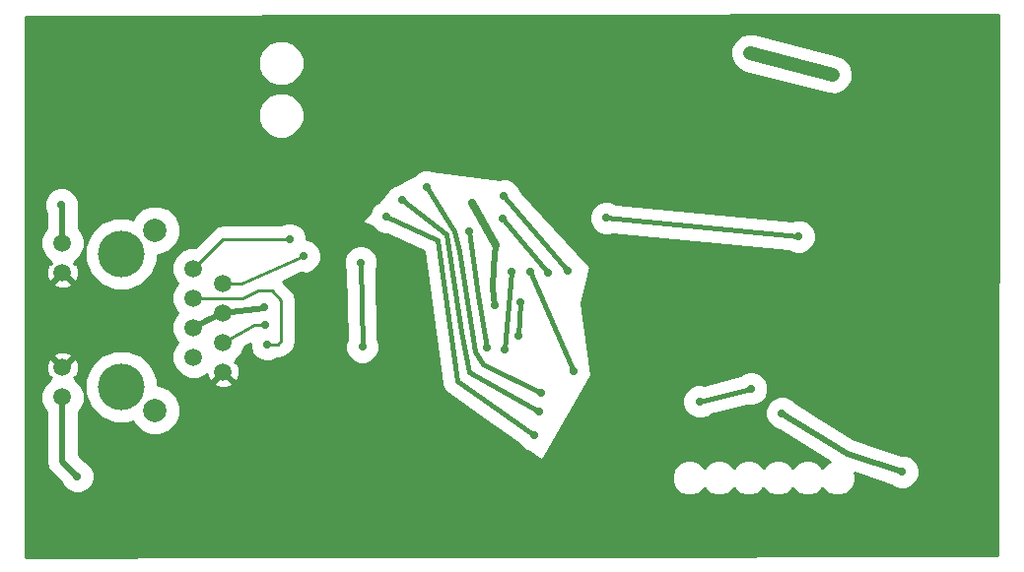
<source format=gbl>
G04 (created by PCBNEW (2013-08-24 BZR 4298)-stable) date Sun 10 Nov 2013 04:28:44 PM PST*
%MOIN*%
G04 Gerber Fmt 3.4, Leading zero omitted, Abs format*
%FSLAX34Y34*%
G01*
G70*
G90*
G04 APERTURE LIST*
%ADD10C,0.005906*%
%ADD11C,0.059055*%
%ADD12C,0.157480*%
%ADD13C,0.078740*%
%ADD14C,0.023622*%
%ADD15R,0.098400X0.098400*%
%ADD16C,0.027559*%
%ADD17C,0.019685*%
%ADD18C,0.027559*%
%ADD19C,0.047244*%
%ADD20C,0.015748*%
%ADD21C,0.039370*%
%ADD22C,0.009843*%
%ADD23C,0.010000*%
G04 APERTURE END LIST*
G54D10*
G54D11*
X14696Y-40092D03*
X14696Y-41092D03*
X14696Y-44309D03*
X14696Y-45309D03*
X19125Y-40952D03*
X19125Y-42948D03*
X19125Y-41952D03*
X19125Y-43948D03*
X20125Y-41448D03*
X20125Y-43448D03*
X20125Y-42448D03*
G54D12*
X16677Y-44950D03*
X16677Y-40450D03*
G54D13*
X17826Y-39651D03*
X17826Y-45750D03*
G54D11*
X20125Y-44448D03*
G54D14*
X26618Y-42019D03*
X26318Y-41719D03*
X26318Y-42319D03*
X26918Y-41719D03*
X26918Y-42319D03*
G54D15*
X26618Y-42019D03*
G54D16*
X21515Y-42263D03*
X28543Y-38716D03*
X29300Y-42200D03*
X29330Y-40153D03*
X37952Y-33661D03*
X40744Y-34385D03*
X24834Y-43602D03*
X24779Y-40755D03*
X39590Y-39870D03*
X33090Y-39240D03*
X29035Y-43622D03*
X28437Y-39708D03*
X30511Y-41062D03*
X31968Y-44429D03*
X16665Y-46724D03*
X28779Y-36082D03*
X18838Y-35236D03*
X23381Y-43035D03*
X30779Y-47940D03*
X42547Y-48905D03*
X35295Y-46799D03*
X40271Y-43110D03*
X40334Y-40948D03*
X31480Y-39437D03*
X15200Y-37444D03*
X14657Y-38779D03*
X43090Y-47834D03*
X39027Y-45846D03*
X30098Y-43232D03*
X30177Y-42106D03*
X30889Y-45165D03*
X27000Y-38192D03*
X30814Y-45787D03*
X26188Y-38641D03*
X30637Y-46586D03*
X25649Y-39208D03*
X29645Y-43700D03*
X29877Y-41062D03*
X29629Y-38488D03*
X31783Y-41031D03*
X36240Y-45452D03*
X37980Y-45019D03*
X21547Y-42858D03*
X21622Y-43519D03*
X22854Y-40531D03*
X22377Y-39976D03*
X15196Y-47984D03*
X31122Y-41082D03*
X29566Y-39271D03*
G54D17*
X20125Y-42448D02*
X19625Y-42696D01*
X19625Y-42696D02*
X19125Y-42948D01*
X21500Y-42279D02*
X20125Y-42448D01*
X21515Y-42263D02*
X21500Y-42279D01*
G54D18*
X28543Y-38716D02*
X29330Y-40153D01*
G54D17*
X29271Y-40905D02*
X29330Y-40153D01*
X29251Y-41620D02*
X29271Y-40905D01*
X29300Y-42200D02*
X29251Y-41620D01*
G54D19*
X37952Y-33661D02*
X40744Y-34385D01*
G54D20*
X24779Y-40755D02*
X24834Y-43602D01*
X39590Y-39870D02*
X33090Y-39240D01*
X29035Y-43622D02*
X28744Y-41854D01*
X28744Y-41854D02*
X28437Y-39708D01*
X31968Y-44429D02*
X30511Y-41062D01*
G54D21*
X28779Y-36082D02*
X28799Y-36062D01*
X18838Y-35236D02*
X18838Y-35295D01*
G54D18*
X23381Y-43035D02*
X23381Y-43047D01*
G54D21*
X42547Y-48905D02*
X42547Y-48885D01*
G54D20*
X35295Y-46799D02*
X35326Y-46814D01*
G54D22*
X40334Y-40948D02*
X40334Y-40940D01*
G54D21*
X15200Y-37444D02*
X15220Y-37444D01*
G54D17*
X14657Y-38779D02*
X14696Y-38818D01*
X14696Y-38818D02*
X14696Y-40092D01*
X41251Y-47232D02*
X43090Y-47834D01*
X39027Y-45846D02*
X41251Y-47232D01*
G54D20*
X30098Y-43232D02*
X30177Y-42106D01*
X30889Y-45165D02*
X28901Y-44208D01*
X28901Y-44208D02*
X28633Y-43751D01*
X28633Y-43751D02*
X28098Y-40362D01*
X27940Y-39696D02*
X27000Y-38192D01*
X28098Y-40362D02*
X27940Y-39696D01*
X30814Y-45787D02*
X28456Y-44476D01*
X28456Y-44476D02*
X28177Y-43094D01*
X27685Y-39807D02*
X26188Y-38641D01*
X28177Y-43094D02*
X27685Y-39807D01*
X30637Y-46586D02*
X28035Y-44775D01*
X28035Y-44775D02*
X27389Y-40003D01*
X27389Y-40003D02*
X25649Y-39208D01*
X29877Y-41062D02*
X29645Y-43700D01*
X31783Y-41031D02*
X29629Y-38488D01*
X36240Y-45452D02*
X37980Y-45019D01*
G54D22*
X20125Y-43448D02*
X21181Y-42862D01*
X21181Y-42862D02*
X21547Y-42858D01*
X19125Y-41948D02*
X20795Y-41952D01*
X21968Y-43519D02*
X21622Y-43519D01*
X22090Y-43397D02*
X21968Y-43519D01*
X22090Y-42027D02*
X22090Y-43397D01*
X21771Y-41708D02*
X22090Y-42027D01*
X21318Y-41708D02*
X21771Y-41708D01*
X20795Y-41952D02*
X21318Y-41708D01*
X20125Y-41448D02*
X20751Y-41448D01*
X20751Y-41448D02*
X22854Y-40531D01*
X22377Y-39976D02*
X22358Y-39956D01*
X22358Y-39956D02*
X20114Y-39964D01*
X20114Y-39964D02*
X19125Y-40952D01*
G54D17*
X14696Y-45309D02*
X14696Y-47484D01*
X14696Y-47484D02*
X15196Y-47984D01*
G54D20*
X29566Y-39271D02*
X31122Y-41082D01*
G54D10*
G36*
X46349Y-32353D02*
X46308Y-50658D01*
X43672Y-50663D01*
X43672Y-47719D01*
X43583Y-47505D01*
X43420Y-47341D01*
X43206Y-47253D01*
X43056Y-47253D01*
X41483Y-46737D01*
X41417Y-46696D01*
X41417Y-34291D01*
X41330Y-34041D01*
X41153Y-33843D01*
X40914Y-33727D01*
X38123Y-33003D01*
X37858Y-32988D01*
X37608Y-33075D01*
X37410Y-33251D01*
X37294Y-33490D01*
X37279Y-33755D01*
X37366Y-34006D01*
X37543Y-34204D01*
X37781Y-34319D01*
X40573Y-35043D01*
X40838Y-35059D01*
X41088Y-34971D01*
X41286Y-34795D01*
X41402Y-34556D01*
X41417Y-34291D01*
X41417Y-46696D01*
X40172Y-45920D01*
X40172Y-39754D01*
X40083Y-39541D01*
X39920Y-39377D01*
X39706Y-39288D01*
X39475Y-39288D01*
X39386Y-39325D01*
X33419Y-38747D01*
X33206Y-38658D01*
X32975Y-38658D01*
X32761Y-38746D01*
X32597Y-38910D01*
X32509Y-39123D01*
X32508Y-39355D01*
X32597Y-39569D01*
X32760Y-39732D01*
X32974Y-39821D01*
X33205Y-39821D01*
X33295Y-39784D01*
X39261Y-40363D01*
X39474Y-40451D01*
X39705Y-40451D01*
X39919Y-40363D01*
X40083Y-40199D01*
X40171Y-39986D01*
X40172Y-39754D01*
X40172Y-45920D01*
X39514Y-45510D01*
X39357Y-45353D01*
X39143Y-45265D01*
X38912Y-45264D01*
X38698Y-45353D01*
X38561Y-45489D01*
X38561Y-44904D01*
X38473Y-44690D01*
X38310Y-44527D01*
X38096Y-44438D01*
X37865Y-44438D01*
X37651Y-44526D01*
X37602Y-44575D01*
X36377Y-44880D01*
X36356Y-44871D01*
X36124Y-44871D01*
X35911Y-44959D01*
X35747Y-45122D01*
X35658Y-45336D01*
X35658Y-45567D01*
X35746Y-45781D01*
X35910Y-45945D01*
X36123Y-46034D01*
X36355Y-46034D01*
X36569Y-45946D01*
X36618Y-45897D01*
X37842Y-45592D01*
X37864Y-45601D01*
X38095Y-45601D01*
X38309Y-45512D01*
X38472Y-45349D01*
X38561Y-45135D01*
X38561Y-44904D01*
X38561Y-45489D01*
X38534Y-45516D01*
X38446Y-45730D01*
X38445Y-45961D01*
X38534Y-46175D01*
X38697Y-46339D01*
X38911Y-46427D01*
X38935Y-46427D01*
X40639Y-47489D01*
X40552Y-47525D01*
X40394Y-47682D01*
X40235Y-47524D01*
X40014Y-47431D01*
X39774Y-47431D01*
X39552Y-47523D01*
X39394Y-47680D01*
X39239Y-47526D01*
X39018Y-47433D01*
X38778Y-47433D01*
X38556Y-47525D01*
X38398Y-47682D01*
X38239Y-47524D01*
X38018Y-47431D01*
X37778Y-47431D01*
X37556Y-47523D01*
X37398Y-47680D01*
X37243Y-47526D01*
X37022Y-47433D01*
X36782Y-47433D01*
X36560Y-47525D01*
X36402Y-47682D01*
X36243Y-47524D01*
X36022Y-47431D01*
X35782Y-47431D01*
X35560Y-47523D01*
X35390Y-47693D01*
X35297Y-47914D01*
X35297Y-48155D01*
X35389Y-48377D01*
X35559Y-48546D01*
X35780Y-48639D01*
X36021Y-48639D01*
X36243Y-48547D01*
X36400Y-48390D01*
X36559Y-48548D01*
X36780Y-48641D01*
X37021Y-48641D01*
X37243Y-48549D01*
X37400Y-48392D01*
X37555Y-48546D01*
X37776Y-48639D01*
X38017Y-48639D01*
X38239Y-48547D01*
X38396Y-48390D01*
X38555Y-48548D01*
X38776Y-48641D01*
X39017Y-48641D01*
X39239Y-48549D01*
X39396Y-48392D01*
X39551Y-48546D01*
X39772Y-48639D01*
X40013Y-48639D01*
X40235Y-48547D01*
X40392Y-48390D01*
X40551Y-48548D01*
X40772Y-48641D01*
X41013Y-48641D01*
X41235Y-48549D01*
X41405Y-48379D01*
X41497Y-48158D01*
X41497Y-47917D01*
X41480Y-47877D01*
X42715Y-48282D01*
X42760Y-48327D01*
X42974Y-48416D01*
X43205Y-48416D01*
X43419Y-48327D01*
X43583Y-48164D01*
X43671Y-47950D01*
X43672Y-47719D01*
X43672Y-50663D01*
X32593Y-50683D01*
X32593Y-44568D01*
X32250Y-42124D01*
X32537Y-40911D01*
X30202Y-38351D01*
X30123Y-38159D01*
X29959Y-37995D01*
X29746Y-37906D01*
X29514Y-37906D01*
X29470Y-37924D01*
X27167Y-37632D01*
X27116Y-37611D01*
X26999Y-37611D01*
X26958Y-37606D01*
X26948Y-37611D01*
X26884Y-37611D01*
X26671Y-37699D01*
X26570Y-37800D01*
X25939Y-38115D01*
X25860Y-38148D01*
X25846Y-38162D01*
X25836Y-38167D01*
X25806Y-38202D01*
X25696Y-38311D01*
X25682Y-38344D01*
X25382Y-38689D01*
X25320Y-38715D01*
X25156Y-38878D01*
X25100Y-39014D01*
X24787Y-39375D01*
X25160Y-39541D01*
X25319Y-39701D01*
X25533Y-39790D01*
X25665Y-39790D01*
X26910Y-40359D01*
X27517Y-44845D01*
X27521Y-44856D01*
X27521Y-44867D01*
X27554Y-44952D01*
X27574Y-45011D01*
X27579Y-45058D01*
X27635Y-45099D01*
X27658Y-45123D01*
X27718Y-45191D01*
X27729Y-45196D01*
X27737Y-45204D01*
X28955Y-46052D01*
X30141Y-46909D01*
X30144Y-46915D01*
X30307Y-47079D01*
X30471Y-47147D01*
X30909Y-47463D01*
X32593Y-44568D01*
X32593Y-50683D01*
X25416Y-50696D01*
X25416Y-43487D01*
X25351Y-43331D01*
X25306Y-41002D01*
X25360Y-40872D01*
X25361Y-40640D01*
X25272Y-40426D01*
X25109Y-40263D01*
X24895Y-40174D01*
X24664Y-40174D01*
X24450Y-40262D01*
X24286Y-40426D01*
X24198Y-40639D01*
X24197Y-40871D01*
X24262Y-41026D01*
X24307Y-43355D01*
X24253Y-43486D01*
X24253Y-43717D01*
X24341Y-43931D01*
X24504Y-44095D01*
X24718Y-44183D01*
X24949Y-44183D01*
X25163Y-44095D01*
X25327Y-43932D01*
X25416Y-43718D01*
X25416Y-43487D01*
X25416Y-50696D01*
X23435Y-50699D01*
X23435Y-40416D01*
X23347Y-40202D01*
X23184Y-40038D01*
X22970Y-39950D01*
X22959Y-39950D01*
X22959Y-39861D01*
X22871Y-39647D01*
X22864Y-39641D01*
X22864Y-35613D01*
X22864Y-33841D01*
X22746Y-33555D01*
X22528Y-33336D01*
X22242Y-33217D01*
X21932Y-33217D01*
X21646Y-33335D01*
X21427Y-33554D01*
X21308Y-33840D01*
X21308Y-34150D01*
X21426Y-34436D01*
X21645Y-34655D01*
X21931Y-34774D01*
X22240Y-34774D01*
X22526Y-34656D01*
X22745Y-34437D01*
X22864Y-34151D01*
X22864Y-33841D01*
X22864Y-35613D01*
X22746Y-35327D01*
X22528Y-35108D01*
X22242Y-34989D01*
X21932Y-34989D01*
X21646Y-35107D01*
X21427Y-35326D01*
X21308Y-35612D01*
X21308Y-35922D01*
X21426Y-36208D01*
X21645Y-36427D01*
X21931Y-36546D01*
X22240Y-36546D01*
X22526Y-36428D01*
X22745Y-36209D01*
X22864Y-35923D01*
X22864Y-35613D01*
X22864Y-39641D01*
X22707Y-39483D01*
X22494Y-39394D01*
X22262Y-39394D01*
X22093Y-39464D01*
X20112Y-39471D01*
X20019Y-39490D01*
X19925Y-39509D01*
X19924Y-39509D01*
X19923Y-39509D01*
X19844Y-39563D01*
X19765Y-39616D01*
X19167Y-40213D01*
X18979Y-40213D01*
X18707Y-40325D01*
X18664Y-40369D01*
X18664Y-39485D01*
X18537Y-39177D01*
X18301Y-38942D01*
X17994Y-38814D01*
X17660Y-38814D01*
X17353Y-38941D01*
X17117Y-39176D01*
X17073Y-39282D01*
X16923Y-39219D01*
X16434Y-39219D01*
X15981Y-39406D01*
X15634Y-39752D01*
X15447Y-40204D01*
X15446Y-40694D01*
X15633Y-41147D01*
X15979Y-41493D01*
X16432Y-41681D01*
X16921Y-41682D01*
X17374Y-41495D01*
X17721Y-41149D01*
X17908Y-40696D01*
X17909Y-40489D01*
X17992Y-40489D01*
X18300Y-40361D01*
X18536Y-40126D01*
X18664Y-39818D01*
X18664Y-39485D01*
X18664Y-40369D01*
X18499Y-40533D01*
X18387Y-40805D01*
X18386Y-41099D01*
X18499Y-41370D01*
X18580Y-41452D01*
X18499Y-41533D01*
X18387Y-41805D01*
X18386Y-42099D01*
X18499Y-42370D01*
X18578Y-42450D01*
X18499Y-42529D01*
X18387Y-42801D01*
X18386Y-43095D01*
X18499Y-43366D01*
X18580Y-43448D01*
X18499Y-43529D01*
X18387Y-43801D01*
X18386Y-44095D01*
X18499Y-44366D01*
X18706Y-44574D01*
X18978Y-44687D01*
X19272Y-44687D01*
X19544Y-44575D01*
X19584Y-44535D01*
X19586Y-44584D01*
X19648Y-44733D01*
X19743Y-44760D01*
X20055Y-44448D01*
X20049Y-44443D01*
X20120Y-44372D01*
X20125Y-44378D01*
X20131Y-44372D01*
X20202Y-44443D01*
X20196Y-44448D01*
X20508Y-44760D01*
X20603Y-44733D01*
X20676Y-44529D01*
X20665Y-44312D01*
X20603Y-44163D01*
X20508Y-44137D01*
X20553Y-44091D01*
X20539Y-44077D01*
X20544Y-44075D01*
X20752Y-43867D01*
X20861Y-43603D01*
X21040Y-43504D01*
X21040Y-43634D01*
X21128Y-43848D01*
X21292Y-44012D01*
X21505Y-44101D01*
X21737Y-44101D01*
X21951Y-44012D01*
X21951Y-44012D01*
X21968Y-44012D01*
X22157Y-43975D01*
X22157Y-43975D01*
X22317Y-43868D01*
X22439Y-43746D01*
X22545Y-43586D01*
X22545Y-43586D01*
X22583Y-43397D01*
X22583Y-42027D01*
X22545Y-41838D01*
X22545Y-41838D01*
X22439Y-41679D01*
X22140Y-41380D01*
X22754Y-41112D01*
X22969Y-41113D01*
X23183Y-41024D01*
X23347Y-40861D01*
X23435Y-40647D01*
X23435Y-40416D01*
X23435Y-50699D01*
X20676Y-50704D01*
X20437Y-50705D01*
X20437Y-44831D01*
X20125Y-44519D01*
X19814Y-44831D01*
X19840Y-44926D01*
X20045Y-44998D01*
X20261Y-44987D01*
X20410Y-44926D01*
X20437Y-44831D01*
X20437Y-50705D01*
X18664Y-50708D01*
X18664Y-45584D01*
X18537Y-45276D01*
X18301Y-45040D01*
X17994Y-44912D01*
X17909Y-44912D01*
X17909Y-44706D01*
X17722Y-44254D01*
X17376Y-43907D01*
X16923Y-43719D01*
X16434Y-43719D01*
X15981Y-43906D01*
X15634Y-44252D01*
X15447Y-44704D01*
X15446Y-45194D01*
X15633Y-45647D01*
X15979Y-45993D01*
X16432Y-46181D01*
X16921Y-46182D01*
X17073Y-46119D01*
X17116Y-46223D01*
X17351Y-46459D01*
X17659Y-46587D01*
X17992Y-46587D01*
X18300Y-46460D01*
X18536Y-46224D01*
X18664Y-45917D01*
X18664Y-45584D01*
X18664Y-50708D01*
X15778Y-50713D01*
X15778Y-47869D01*
X15690Y-47655D01*
X15526Y-47491D01*
X15431Y-47451D01*
X15238Y-47259D01*
X15238Y-45812D01*
X15322Y-45728D01*
X15435Y-45456D01*
X15435Y-45162D01*
X15435Y-39946D01*
X15323Y-39674D01*
X15238Y-39589D01*
X15238Y-38818D01*
X15238Y-38818D01*
X15239Y-38664D01*
X15150Y-38450D01*
X14987Y-38286D01*
X14773Y-38198D01*
X14542Y-38197D01*
X14328Y-38286D01*
X14164Y-38449D01*
X14076Y-38663D01*
X14075Y-38894D01*
X14154Y-39085D01*
X14154Y-39589D01*
X14070Y-39673D01*
X13958Y-39944D01*
X13957Y-40238D01*
X14070Y-40510D01*
X14277Y-40718D01*
X14283Y-40721D01*
X14269Y-40735D01*
X14314Y-40780D01*
X14219Y-40807D01*
X14146Y-41011D01*
X14157Y-41228D01*
X14219Y-41377D01*
X14314Y-41404D01*
X14626Y-41092D01*
X14620Y-41086D01*
X14691Y-41016D01*
X14696Y-41021D01*
X14702Y-41016D01*
X14773Y-41086D01*
X14767Y-41092D01*
X15079Y-41404D01*
X15174Y-41377D01*
X15246Y-41173D01*
X15235Y-40956D01*
X15174Y-40807D01*
X15079Y-40780D01*
X15124Y-40735D01*
X15110Y-40721D01*
X15114Y-40719D01*
X15322Y-40511D01*
X15435Y-40240D01*
X15435Y-39946D01*
X15435Y-45162D01*
X15323Y-44891D01*
X15246Y-44814D01*
X15115Y-44682D01*
X15110Y-44680D01*
X15124Y-44666D01*
X15079Y-44620D01*
X15174Y-44594D01*
X15246Y-44389D01*
X15235Y-44173D01*
X15174Y-44024D01*
X15079Y-43997D01*
X15008Y-44067D01*
X15008Y-43926D01*
X15008Y-41475D01*
X14696Y-41163D01*
X14626Y-41233D01*
X14385Y-41475D01*
X14411Y-41569D01*
X14616Y-41642D01*
X14832Y-41631D01*
X14981Y-41569D01*
X15008Y-41475D01*
X15008Y-43926D01*
X14981Y-43831D01*
X14777Y-43758D01*
X14560Y-43769D01*
X14411Y-43831D01*
X14385Y-43926D01*
X14696Y-44238D01*
X15008Y-43926D01*
X15008Y-44067D01*
X14767Y-44309D01*
X14773Y-44314D01*
X14702Y-44385D01*
X14696Y-44379D01*
X14691Y-44385D01*
X14626Y-44320D01*
X14620Y-44314D01*
X14626Y-44309D01*
X14314Y-43997D01*
X14219Y-44024D01*
X14146Y-44228D01*
X14157Y-44445D01*
X14219Y-44594D01*
X14314Y-44620D01*
X14269Y-44666D01*
X14283Y-44680D01*
X14278Y-44682D01*
X14070Y-44889D01*
X13958Y-45161D01*
X13957Y-45455D01*
X14070Y-45727D01*
X14154Y-45811D01*
X14154Y-47484D01*
X14195Y-47691D01*
X14313Y-47867D01*
X14664Y-48218D01*
X14703Y-48313D01*
X14867Y-48476D01*
X15080Y-48565D01*
X15312Y-48565D01*
X15525Y-48477D01*
X15689Y-48314D01*
X15778Y-48100D01*
X15778Y-47869D01*
X15778Y-50713D01*
X13455Y-50717D01*
X13455Y-32431D01*
X45128Y-32353D01*
X46349Y-32353D01*
X46349Y-32353D01*
G37*
G54D23*
X46349Y-32353D02*
X46308Y-50658D01*
X43672Y-50663D01*
X43672Y-47719D01*
X43583Y-47505D01*
X43420Y-47341D01*
X43206Y-47253D01*
X43056Y-47253D01*
X41483Y-46737D01*
X41417Y-46696D01*
X41417Y-34291D01*
X41330Y-34041D01*
X41153Y-33843D01*
X40914Y-33727D01*
X38123Y-33003D01*
X37858Y-32988D01*
X37608Y-33075D01*
X37410Y-33251D01*
X37294Y-33490D01*
X37279Y-33755D01*
X37366Y-34006D01*
X37543Y-34204D01*
X37781Y-34319D01*
X40573Y-35043D01*
X40838Y-35059D01*
X41088Y-34971D01*
X41286Y-34795D01*
X41402Y-34556D01*
X41417Y-34291D01*
X41417Y-46696D01*
X40172Y-45920D01*
X40172Y-39754D01*
X40083Y-39541D01*
X39920Y-39377D01*
X39706Y-39288D01*
X39475Y-39288D01*
X39386Y-39325D01*
X33419Y-38747D01*
X33206Y-38658D01*
X32975Y-38658D01*
X32761Y-38746D01*
X32597Y-38910D01*
X32509Y-39123D01*
X32508Y-39355D01*
X32597Y-39569D01*
X32760Y-39732D01*
X32974Y-39821D01*
X33205Y-39821D01*
X33295Y-39784D01*
X39261Y-40363D01*
X39474Y-40451D01*
X39705Y-40451D01*
X39919Y-40363D01*
X40083Y-40199D01*
X40171Y-39986D01*
X40172Y-39754D01*
X40172Y-45920D01*
X39514Y-45510D01*
X39357Y-45353D01*
X39143Y-45265D01*
X38912Y-45264D01*
X38698Y-45353D01*
X38561Y-45489D01*
X38561Y-44904D01*
X38473Y-44690D01*
X38310Y-44527D01*
X38096Y-44438D01*
X37865Y-44438D01*
X37651Y-44526D01*
X37602Y-44575D01*
X36377Y-44880D01*
X36356Y-44871D01*
X36124Y-44871D01*
X35911Y-44959D01*
X35747Y-45122D01*
X35658Y-45336D01*
X35658Y-45567D01*
X35746Y-45781D01*
X35910Y-45945D01*
X36123Y-46034D01*
X36355Y-46034D01*
X36569Y-45946D01*
X36618Y-45897D01*
X37842Y-45592D01*
X37864Y-45601D01*
X38095Y-45601D01*
X38309Y-45512D01*
X38472Y-45349D01*
X38561Y-45135D01*
X38561Y-44904D01*
X38561Y-45489D01*
X38534Y-45516D01*
X38446Y-45730D01*
X38445Y-45961D01*
X38534Y-46175D01*
X38697Y-46339D01*
X38911Y-46427D01*
X38935Y-46427D01*
X40639Y-47489D01*
X40552Y-47525D01*
X40394Y-47682D01*
X40235Y-47524D01*
X40014Y-47431D01*
X39774Y-47431D01*
X39552Y-47523D01*
X39394Y-47680D01*
X39239Y-47526D01*
X39018Y-47433D01*
X38778Y-47433D01*
X38556Y-47525D01*
X38398Y-47682D01*
X38239Y-47524D01*
X38018Y-47431D01*
X37778Y-47431D01*
X37556Y-47523D01*
X37398Y-47680D01*
X37243Y-47526D01*
X37022Y-47433D01*
X36782Y-47433D01*
X36560Y-47525D01*
X36402Y-47682D01*
X36243Y-47524D01*
X36022Y-47431D01*
X35782Y-47431D01*
X35560Y-47523D01*
X35390Y-47693D01*
X35297Y-47914D01*
X35297Y-48155D01*
X35389Y-48377D01*
X35559Y-48546D01*
X35780Y-48639D01*
X36021Y-48639D01*
X36243Y-48547D01*
X36400Y-48390D01*
X36559Y-48548D01*
X36780Y-48641D01*
X37021Y-48641D01*
X37243Y-48549D01*
X37400Y-48392D01*
X37555Y-48546D01*
X37776Y-48639D01*
X38017Y-48639D01*
X38239Y-48547D01*
X38396Y-48390D01*
X38555Y-48548D01*
X38776Y-48641D01*
X39017Y-48641D01*
X39239Y-48549D01*
X39396Y-48392D01*
X39551Y-48546D01*
X39772Y-48639D01*
X40013Y-48639D01*
X40235Y-48547D01*
X40392Y-48390D01*
X40551Y-48548D01*
X40772Y-48641D01*
X41013Y-48641D01*
X41235Y-48549D01*
X41405Y-48379D01*
X41497Y-48158D01*
X41497Y-47917D01*
X41480Y-47877D01*
X42715Y-48282D01*
X42760Y-48327D01*
X42974Y-48416D01*
X43205Y-48416D01*
X43419Y-48327D01*
X43583Y-48164D01*
X43671Y-47950D01*
X43672Y-47719D01*
X43672Y-50663D01*
X32593Y-50683D01*
X32593Y-44568D01*
X32250Y-42124D01*
X32537Y-40911D01*
X30202Y-38351D01*
X30123Y-38159D01*
X29959Y-37995D01*
X29746Y-37906D01*
X29514Y-37906D01*
X29470Y-37924D01*
X27167Y-37632D01*
X27116Y-37611D01*
X26999Y-37611D01*
X26958Y-37606D01*
X26948Y-37611D01*
X26884Y-37611D01*
X26671Y-37699D01*
X26570Y-37800D01*
X25939Y-38115D01*
X25860Y-38148D01*
X25846Y-38162D01*
X25836Y-38167D01*
X25806Y-38202D01*
X25696Y-38311D01*
X25682Y-38344D01*
X25382Y-38689D01*
X25320Y-38715D01*
X25156Y-38878D01*
X25100Y-39014D01*
X24787Y-39375D01*
X25160Y-39541D01*
X25319Y-39701D01*
X25533Y-39790D01*
X25665Y-39790D01*
X26910Y-40359D01*
X27517Y-44845D01*
X27521Y-44856D01*
X27521Y-44867D01*
X27554Y-44952D01*
X27574Y-45011D01*
X27579Y-45058D01*
X27635Y-45099D01*
X27658Y-45123D01*
X27718Y-45191D01*
X27729Y-45196D01*
X27737Y-45204D01*
X28955Y-46052D01*
X30141Y-46909D01*
X30144Y-46915D01*
X30307Y-47079D01*
X30471Y-47147D01*
X30909Y-47463D01*
X32593Y-44568D01*
X32593Y-50683D01*
X25416Y-50696D01*
X25416Y-43487D01*
X25351Y-43331D01*
X25306Y-41002D01*
X25360Y-40872D01*
X25361Y-40640D01*
X25272Y-40426D01*
X25109Y-40263D01*
X24895Y-40174D01*
X24664Y-40174D01*
X24450Y-40262D01*
X24286Y-40426D01*
X24198Y-40639D01*
X24197Y-40871D01*
X24262Y-41026D01*
X24307Y-43355D01*
X24253Y-43486D01*
X24253Y-43717D01*
X24341Y-43931D01*
X24504Y-44095D01*
X24718Y-44183D01*
X24949Y-44183D01*
X25163Y-44095D01*
X25327Y-43932D01*
X25416Y-43718D01*
X25416Y-43487D01*
X25416Y-50696D01*
X23435Y-50699D01*
X23435Y-40416D01*
X23347Y-40202D01*
X23184Y-40038D01*
X22970Y-39950D01*
X22959Y-39950D01*
X22959Y-39861D01*
X22871Y-39647D01*
X22864Y-39641D01*
X22864Y-35613D01*
X22864Y-33841D01*
X22746Y-33555D01*
X22528Y-33336D01*
X22242Y-33217D01*
X21932Y-33217D01*
X21646Y-33335D01*
X21427Y-33554D01*
X21308Y-33840D01*
X21308Y-34150D01*
X21426Y-34436D01*
X21645Y-34655D01*
X21931Y-34774D01*
X22240Y-34774D01*
X22526Y-34656D01*
X22745Y-34437D01*
X22864Y-34151D01*
X22864Y-33841D01*
X22864Y-35613D01*
X22746Y-35327D01*
X22528Y-35108D01*
X22242Y-34989D01*
X21932Y-34989D01*
X21646Y-35107D01*
X21427Y-35326D01*
X21308Y-35612D01*
X21308Y-35922D01*
X21426Y-36208D01*
X21645Y-36427D01*
X21931Y-36546D01*
X22240Y-36546D01*
X22526Y-36428D01*
X22745Y-36209D01*
X22864Y-35923D01*
X22864Y-35613D01*
X22864Y-39641D01*
X22707Y-39483D01*
X22494Y-39394D01*
X22262Y-39394D01*
X22093Y-39464D01*
X20112Y-39471D01*
X20019Y-39490D01*
X19925Y-39509D01*
X19924Y-39509D01*
X19923Y-39509D01*
X19844Y-39563D01*
X19765Y-39616D01*
X19167Y-40213D01*
X18979Y-40213D01*
X18707Y-40325D01*
X18664Y-40369D01*
X18664Y-39485D01*
X18537Y-39177D01*
X18301Y-38942D01*
X17994Y-38814D01*
X17660Y-38814D01*
X17353Y-38941D01*
X17117Y-39176D01*
X17073Y-39282D01*
X16923Y-39219D01*
X16434Y-39219D01*
X15981Y-39406D01*
X15634Y-39752D01*
X15447Y-40204D01*
X15446Y-40694D01*
X15633Y-41147D01*
X15979Y-41493D01*
X16432Y-41681D01*
X16921Y-41682D01*
X17374Y-41495D01*
X17721Y-41149D01*
X17908Y-40696D01*
X17909Y-40489D01*
X17992Y-40489D01*
X18300Y-40361D01*
X18536Y-40126D01*
X18664Y-39818D01*
X18664Y-39485D01*
X18664Y-40369D01*
X18499Y-40533D01*
X18387Y-40805D01*
X18386Y-41099D01*
X18499Y-41370D01*
X18580Y-41452D01*
X18499Y-41533D01*
X18387Y-41805D01*
X18386Y-42099D01*
X18499Y-42370D01*
X18578Y-42450D01*
X18499Y-42529D01*
X18387Y-42801D01*
X18386Y-43095D01*
X18499Y-43366D01*
X18580Y-43448D01*
X18499Y-43529D01*
X18387Y-43801D01*
X18386Y-44095D01*
X18499Y-44366D01*
X18706Y-44574D01*
X18978Y-44687D01*
X19272Y-44687D01*
X19544Y-44575D01*
X19584Y-44535D01*
X19586Y-44584D01*
X19648Y-44733D01*
X19743Y-44760D01*
X20055Y-44448D01*
X20049Y-44443D01*
X20120Y-44372D01*
X20125Y-44378D01*
X20131Y-44372D01*
X20202Y-44443D01*
X20196Y-44448D01*
X20508Y-44760D01*
X20603Y-44733D01*
X20676Y-44529D01*
X20665Y-44312D01*
X20603Y-44163D01*
X20508Y-44137D01*
X20553Y-44091D01*
X20539Y-44077D01*
X20544Y-44075D01*
X20752Y-43867D01*
X20861Y-43603D01*
X21040Y-43504D01*
X21040Y-43634D01*
X21128Y-43848D01*
X21292Y-44012D01*
X21505Y-44101D01*
X21737Y-44101D01*
X21951Y-44012D01*
X21951Y-44012D01*
X21968Y-44012D01*
X22157Y-43975D01*
X22157Y-43975D01*
X22317Y-43868D01*
X22439Y-43746D01*
X22545Y-43586D01*
X22545Y-43586D01*
X22583Y-43397D01*
X22583Y-42027D01*
X22545Y-41838D01*
X22545Y-41838D01*
X22439Y-41679D01*
X22140Y-41380D01*
X22754Y-41112D01*
X22969Y-41113D01*
X23183Y-41024D01*
X23347Y-40861D01*
X23435Y-40647D01*
X23435Y-40416D01*
X23435Y-50699D01*
X20676Y-50704D01*
X20437Y-50705D01*
X20437Y-44831D01*
X20125Y-44519D01*
X19814Y-44831D01*
X19840Y-44926D01*
X20045Y-44998D01*
X20261Y-44987D01*
X20410Y-44926D01*
X20437Y-44831D01*
X20437Y-50705D01*
X18664Y-50708D01*
X18664Y-45584D01*
X18537Y-45276D01*
X18301Y-45040D01*
X17994Y-44912D01*
X17909Y-44912D01*
X17909Y-44706D01*
X17722Y-44254D01*
X17376Y-43907D01*
X16923Y-43719D01*
X16434Y-43719D01*
X15981Y-43906D01*
X15634Y-44252D01*
X15447Y-44704D01*
X15446Y-45194D01*
X15633Y-45647D01*
X15979Y-45993D01*
X16432Y-46181D01*
X16921Y-46182D01*
X17073Y-46119D01*
X17116Y-46223D01*
X17351Y-46459D01*
X17659Y-46587D01*
X17992Y-46587D01*
X18300Y-46460D01*
X18536Y-46224D01*
X18664Y-45917D01*
X18664Y-45584D01*
X18664Y-50708D01*
X15778Y-50713D01*
X15778Y-47869D01*
X15690Y-47655D01*
X15526Y-47491D01*
X15431Y-47451D01*
X15238Y-47259D01*
X15238Y-45812D01*
X15322Y-45728D01*
X15435Y-45456D01*
X15435Y-45162D01*
X15435Y-39946D01*
X15323Y-39674D01*
X15238Y-39589D01*
X15238Y-38818D01*
X15238Y-38818D01*
X15239Y-38664D01*
X15150Y-38450D01*
X14987Y-38286D01*
X14773Y-38198D01*
X14542Y-38197D01*
X14328Y-38286D01*
X14164Y-38449D01*
X14076Y-38663D01*
X14075Y-38894D01*
X14154Y-39085D01*
X14154Y-39589D01*
X14070Y-39673D01*
X13958Y-39944D01*
X13957Y-40238D01*
X14070Y-40510D01*
X14277Y-40718D01*
X14283Y-40721D01*
X14269Y-40735D01*
X14314Y-40780D01*
X14219Y-40807D01*
X14146Y-41011D01*
X14157Y-41228D01*
X14219Y-41377D01*
X14314Y-41404D01*
X14626Y-41092D01*
X14620Y-41086D01*
X14691Y-41016D01*
X14696Y-41021D01*
X14702Y-41016D01*
X14773Y-41086D01*
X14767Y-41092D01*
X15079Y-41404D01*
X15174Y-41377D01*
X15246Y-41173D01*
X15235Y-40956D01*
X15174Y-40807D01*
X15079Y-40780D01*
X15124Y-40735D01*
X15110Y-40721D01*
X15114Y-40719D01*
X15322Y-40511D01*
X15435Y-40240D01*
X15435Y-39946D01*
X15435Y-45162D01*
X15323Y-44891D01*
X15246Y-44814D01*
X15115Y-44682D01*
X15110Y-44680D01*
X15124Y-44666D01*
X15079Y-44620D01*
X15174Y-44594D01*
X15246Y-44389D01*
X15235Y-44173D01*
X15174Y-44024D01*
X15079Y-43997D01*
X15008Y-44067D01*
X15008Y-43926D01*
X15008Y-41475D01*
X14696Y-41163D01*
X14626Y-41233D01*
X14385Y-41475D01*
X14411Y-41569D01*
X14616Y-41642D01*
X14832Y-41631D01*
X14981Y-41569D01*
X15008Y-41475D01*
X15008Y-43926D01*
X14981Y-43831D01*
X14777Y-43758D01*
X14560Y-43769D01*
X14411Y-43831D01*
X14385Y-43926D01*
X14696Y-44238D01*
X15008Y-43926D01*
X15008Y-44067D01*
X14767Y-44309D01*
X14773Y-44314D01*
X14702Y-44385D01*
X14696Y-44379D01*
X14691Y-44385D01*
X14626Y-44320D01*
X14620Y-44314D01*
X14626Y-44309D01*
X14314Y-43997D01*
X14219Y-44024D01*
X14146Y-44228D01*
X14157Y-44445D01*
X14219Y-44594D01*
X14314Y-44620D01*
X14269Y-44666D01*
X14283Y-44680D01*
X14278Y-44682D01*
X14070Y-44889D01*
X13958Y-45161D01*
X13957Y-45455D01*
X14070Y-45727D01*
X14154Y-45811D01*
X14154Y-47484D01*
X14195Y-47691D01*
X14313Y-47867D01*
X14664Y-48218D01*
X14703Y-48313D01*
X14867Y-48476D01*
X15080Y-48565D01*
X15312Y-48565D01*
X15525Y-48477D01*
X15689Y-48314D01*
X15778Y-48100D01*
X15778Y-47869D01*
X15778Y-50713D01*
X13455Y-50717D01*
X13455Y-32431D01*
X45128Y-32353D01*
X46349Y-32353D01*
M02*

</source>
